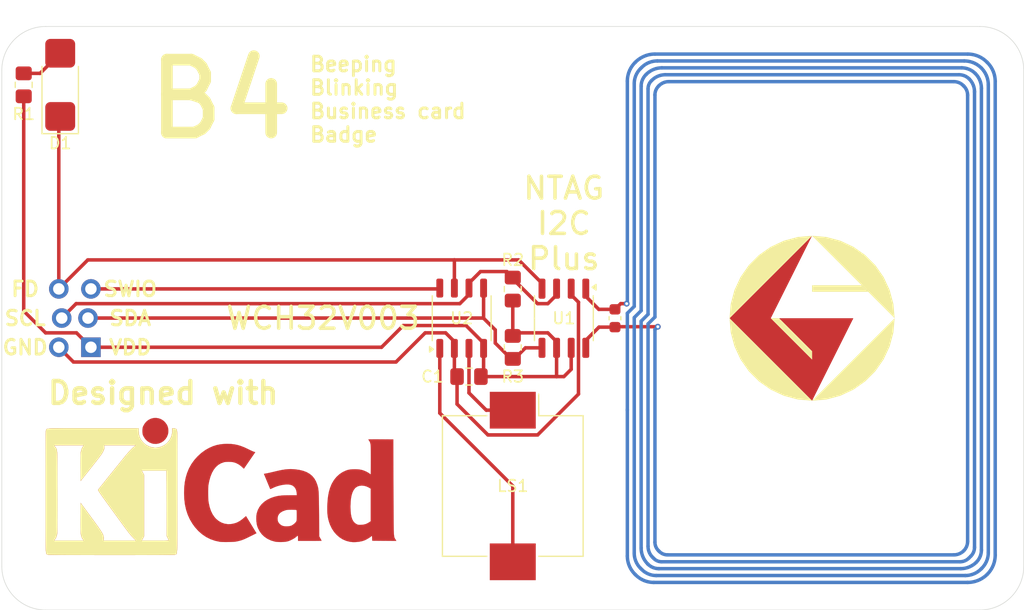
<source format=kicad_pcb>
(kicad_pcb (version 20221018) (generator pcbnew)
  (layers (0 "F.Cu" signal) (31 "B.Cu" signal) (34 "B.Paste" user) (35 "F.Paste" user) (36 "B.SilkS" user "B.Silkscreen") (37 "F.SilkS" user "F.Silkscreen") (38 "B.Mask" user) (39 "F.Mask" user) (44 "Edge.Cuts" user))
  (net 0 "")
  (net 1 "GND")
  (net 2 "/SCL")
  (net 3 "/SDA")
  (net 4 "/ANT")
  (net 5 "VDD")
  (net 6 "Net-(D1-A)")
  (net 7 "/SWIO")
  (net 8 "/PZ+")
  (net 9 "/PZ-")
  (net 10 "/FD")
  (footprint "Capacitor_SMD:C_0805_2012Metric_Pad1.18x1.45mm_HandSolder" (layer "F.Cu") (at 129.54 106.68 180)
    (fp_text reference "C1" (at 3.175 0) (layer "F.SilkS"))
    (fp_text value "1uF")
    (pad "1" smd roundrect (at -1.0375 0 180) (size 1.175 1.45) (layers "F.Cu" "F.Paste" "F.Mask") (roundrect_rratio 0.2127659574) (net 5 "VDD"))
    (pad "2" smd roundrect (at 1.0375 0 180) (size 1.175 1.45) (layers "F.Cu" "F.Paste" "F.Mask") (roundrect_rratio 0.2127659574) (net 1 "GND"))
  )
  (footprint "Capacitor_SMD:C_0603_1608Metric" (layer "F.Cu") (at 142.24 101.6 -90)
    (fp_text reference "C2" hide)
    (fp_text value "DNP")
    (pad "1" smd roundrect (at -0.775 0 270) (size 0.9 0.95) (layers "F.Cu" "F.Paste" "F.Mask") (net 4 "/ANT"))
    (pad "2" smd roundrect (at 0.775 0 270) (size 0.9 0.95) (layers "F.Cu" "F.Paste" "F.Mask") (net 4 "/ANT"))
  )
  (footprint "Resistor_SMD:R_0805_2012Metric_Pad1.20x1.40mm_HandSolder" (layer "F.Cu") (at 90.805 81.28 90)
    (fp_text reference "R1" (at -2.54 0 180) (layer "F.SilkS"))
    (fp_text value "3.3k")
    (pad "1" smd roundrect (at -1 0 90) (size 1.2 1.4) (layers "F.Cu" "F.Paste" "F.Mask") (roundrect_rratio 0.2083333333) (net 5 "VDD"))
    (pad "2" smd roundrect (at 1 0 90) (size 1.2 1.4) (layers "F.Cu" "F.Paste" "F.Mask") (roundrect_rratio 0.2083333333) (net 6 "Net-(D1-A)"))
  )
  (footprint "custom:Buzzer_Murata_PKLCS1212E_handy" (layer "F.Cu") (at 133.35 116.205 -90)
    (fp_text reference "LS1" (at 0 0 -180) (layer "F.SilkS"))
    (fp_text value "Speaker_Crystal")
    (pad "1" smd rect (at -6.6 0 270) (size 3.2 4) (layers "F.Cu" "F.Paste" "F.Mask") (net 9 "/PZ-"))
    (pad "2" smd rect (at 6.6 0 270) (size 3.2 4) (layers "F.Cu" "F.Paste" "F.Mask") (net 8 "/PZ+"))
  )
  (footprint "Package_SO:SOP-8_3.9x4.9mm_P1.27mm" (layer "F.Cu") (at 128.905 101.6 90)
    (fp_text reference "U2" (at 0 0 180) (layer "F.SilkS"))
    (fp_text value "CH32V003F4P6")
    (pad "1" smd roundrect (at -2.625 -1.905 90) (size 1.65 0.6) (layers "F.Cu" "F.Paste" "F.Mask") (net 8 "/PZ+"))
    (pad "2" smd roundrect (at -2.625 -0.635 90) (size 1.65 0.6) (layers "F.Cu" "F.Paste" "F.Mask") (net 1 "GND"))
    (pad "3" smd roundrect (at -2.625 0.635 90) (size 1.65 0.6) (layers "F.Cu" "F.Paste" "F.Mask") (net 9 "/PZ-"))
    (pad "4" smd roundrect (at -2.625 1.905 90) (size 1.65 0.6) (layers "F.Cu" "F.Paste" "F.Mask") (net 5 "VDD"))
    (pad "5" smd roundrect (at 2.625 1.905 90) (size 1.65 0.6) (layers "F.Cu" "F.Paste" "F.Mask") (net 3 "/SDA"))
    (pad "6" smd roundrect (at 2.625 0.635 90) (size 1.65 0.6) (layers "F.Cu" "F.Paste" "F.Mask") (net 2 "/SCL"))
    (pad "7" smd roundrect (at 2.625 -0.635 90) (size 1.65 0.6) (layers "F.Cu" "F.Paste" "F.Mask") (net 10 "/FD"))
    (pad "8" smd roundrect (at 2.625 -1.905 90) (size 1.65 0.6) (layers "F.Cu" "F.Paste" "F.Mask") (net 7 "/SWIO"))
  )
  (footprint "custom:PinHeader_2x03_P2.54mm_Staggered" (layer "F.Cu") (at 96.525 104.125 180)
    (fp_text reference "J1" hide)
    (fp_text value "DNP")
    (pad "1" thru_hole rect (at -0.127 0 180) (size 1.7 1.7) (drill 1) (layers "*.Cu" "*.Mask") (net 5 "VDD"))
    (pad "2" thru_hole oval (at 2.667 0 180) (size 1.7 1.7) (drill 1) (layers "*.Cu" "*.Mask") (net 1 "GND"))
    (pad "3" thru_hole oval (at 0.127 2.54 180) (size 1.7 1.7) (drill 1) (layers "*.Cu" "*.Mask") (net 3 "/SDA"))
    (pad "4" thru_hole oval (at 2.413 2.54 180) (size 1.7 1.7) (drill 1) (layers "*.Cu" "*.Mask") (net 2 "/SCL"))
    (pad "5" thru_hole oval (at -0.127 5.08 180) (size 1.7 1.7) (drill 1) (layers "*.Cu" "*.Mask") (net 7 "/SWIO"))
    (pad "6" thru_hole oval (at 2.667 5.08 180) (size 1.7 1.7) (drill 1) (layers "*.Cu" "*.Mask") (net 10 "/FD"))
  )
  (footprint "Symbol:KiCad-Logo_12mm_Copper" (layer "F.Cu") (at 107.95 116.205)
    (fp_text reference "REF**" hide)
    (fp_text value "KiCad-Logo_12mm_Copper" hide)
    (fp_poly (pts (xy -5.422844 -5.895156) (xy -5.217742 -5.824043) (xy -5.026785 -5.712111) (xy -4.856243 -5.559375) (xy -4.712387 -5.365849) (xy -4.647768 -5.243871) (xy -4.591842 -5.073257) (xy -4.564735 -4.876289) (xy -4.567738 -4.673795) (xy -4.601067 -4.490301) (xy -4.692162 -4.266076) (xy -4.824258 -4.071578) (xy -4.990642 -3.910633) (xy -5.184598 -3.787067) (xy -5.399414 -3.704708) (xy -5.628375 -3.667383) (xy -5.864767 -3.678918) (xy -5.981291 -3.70357) (xy -6.208385 -3.791909) (xy -6.410081 -3.92671) (xy -6.581515 -4.103817) (xy -6.71782 -4.319073) (xy -6.729352 -4.342581) (xy -6.769217 -4.430795) (xy -6.794249 -4.50509) (xy -6.807839 -4.583465) (xy -6.813382 -4.68392) (xy -6.814302 -4.793226) (xy -6.81278 -4.924552) (xy -6.805914 -5.019491) (xy -6.79025 -5.096247) (xy -6.762333 -5.173026) (xy -6.727873 -5.248777) (xy -6.599338 -5.46381) (xy -6.441052 -5.63792) (xy -6.259287 -5.771124) (xy -6.060313 -5.863434) (xy -5.8504 -5.914866) (xy -5.635821 -5.925435) (xy -5.422844 -5.895156)) (stroke (width 0.01)) (fill solid) (layer "F.Cu"))
    (fp_poly (pts (xy 0.875193 -3.659223) (xy 1.169706 -3.626981) (xy 1.455039 -3.569271) (xy 1.7428 -3.483083) (xy 2.044596 -3.365407) (xy 2.372034 -3.213233) (xy 2.431001 -3.183757) (xy 2.566324 -3.11709) (xy 2.693951 -3.057061) (xy 2.801287 -3.009401) (xy 2.875736 -2.979845) (xy 2.887173 -2.976124) (xy 2.996774 -2.943286) (xy 2.506155 -2.229547) (xy 2.386206 -2.055105) (xy 2.276539 -1.89573) (xy 2.180883 -1.756832) (xy 2.102969 -1.643822) (xy 2.046525 -1.56211) (xy 2.015281 -1.517109) (xy 2.010205 -1.509982) (xy 1.989588 -1.524883) (xy 1.938839 -1.56968) (xy 1.867034 -1.636235) (xy 1.827406 -1.673853) (xy 1.602882 -1.852432) (xy 1.350726 -1.988132) (xy 1.13344 -2.062463) (xy 1.003007 -2.085807) (xy 0.839693 -2.100033) (xy 0.662707 -2.104876) (xy 0.491256 -2.100074) (xy 0.344548 -2.085362) (xy 0.286007 -2.074095) (xy 0.022147 -1.983315) (xy -0.215622 -1.844704) (xy -0.427124 -1.658515) (xy -0.612184 -1.425001) (xy -0.770625 -1.144416) (xy -0.902271 -0.817013) (xy -1.006946 -0.443045) (xy -1.069155 -0.122903) (xy -1.085386 0.018426) (xy -1.096444 0.201004) (xy -1.102437 0.411709) (xy -1.103473 0.637422) (xy -1.099657 0.865022) (xy -1.091097 1.081389) (xy -1.077899 1.273402) (xy -1.06017 1.427943) (xy -1.056333 1.451786) (xy -0.971749 1.83586) (xy -0.856505 2.175783) (xy -0.709897 2.473078) (xy -0.531226 2.729268) (xy -0.4044 2.867775) (xy -0.176475 3.055828) (xy 0.073488 3.19522) (xy 0.34127 3.285195) (xy 0.622656 3.324994) (xy 0.913429 3.313857) (xy 1.209373 3.251026) (xy 1.38434 3.189547) (xy 1.626466 3.066436) (xy 1.87602 2.889837) (xy 2.015809 2.770412) (xy 2.094301 2.701291) (xy 2.15597 2.650579) (xy 2.191072 2.626144) (xy 2.19543 2.625398) (xy 2.211097 2.650367) (xy 2.251692 2.716348) (xy 2.313757 2.817685) (xy 2.393833 2.948721) (xy 2.488462 3.1038) (xy 2.594186 3.277265) (xy 2.653033 3.373896) (xy 3.102526 4.112201) (xy 2.541317 4.389549) (xy 2.338404 4.489172) (xy 2.174027 4.567729) (xy 2.038139 4.629122) (xy 1.920691 4.677253) (xy 1.811636 4.716023) (xy 1.700926 4.749333) (xy 1.578513 4.781086) (xy 1.461182 4.808969) (xy 1.356895 4.830546) (xy 1.247832 4.846851) (xy 1.123073 4.858791) (xy 0.971703 4.86727) (xy 0.782801 4.873192) (xy 0.655483 4.875749) (xy 0.473823 4.877494) (xy 0.299633 4.876614) (xy 0.144443 4.87336) (xy 0.019777 4.867984) (xy -0.062834 4.860735) (xy -0.06773 4.860012) (xy -0.496709 4.767205) (xy -0.899551 4.626449) (xy -1.276112 4.437839) (xy -1.626252 4.201466) (xy -1.949828 3.917424) (xy -2.2467 3.585805) (xy -2.461701 3.291075) (xy -2.690589 2.905298) (xy -2.875611 2.497895) (xy -3.017662 2.0656) (xy -3.117636 1.605146) (xy -3.176428 1.113267) (xy -3.194951 0.613799) (xy -3.179717 0.130634) (xy -3.131844 -0.315158) (xy -3.049811 -0.731095) (xy -2.932097 -1.124696) (xy -2.777181 -1.503482) (xy -2.758683 -1.542725) (xy -2.554894 -1.90956) (xy -2.304598 -2.25864) (xy -2.014885 -2.58274) (xy -1.692846 -2.874634) (xy -1.345574 -3.127096) (xy -1.021987 -3.312286) (xy -0.695096 -3.45733) (xy -0.367511 -3.562397) (xy -0.026552 -3.630347) (xy 0.340465 -3.66404) (xy 0.559892 -3.669008) (xy 0.875193 -3.659223)) (stroke (width 0.01)) (fill solid) (layer "F.Cu"))
    (fp_poly (pts (xy 13.610967 -4.064382) (xy 13.843254 -4.063429) (xy 13.922204 -4.062948) (xy 15.007849 -4.055807) (xy 15.021505 0.109247) (xy 15.023308 0.674041) (xy 15.024908 1.186864) (xy 15.026406 1.650371) (xy 15.027906 2.067214) (xy 15.029509 2.440045) (xy 15.03132 2.771519) (xy 15.03344 3.064286) (xy 15.035972 3.321002) (xy 15.03902 3.544318) (xy 15.042685 3.736887) (xy 15.047071 3.901363) (xy 15.05228 4.040398) (xy 15.058416 4.156644) (xy 15.06558 4.252756) (xy 15.073875 4.331386) (xy 15.083405 4.395187) (xy 15.094272 4.446811) (xy 15.106579 4.488912) (xy 15.120428 4.524143) (xy 15.135923 4.555156) (xy 15.153165 4.584604) (xy 15.172258 4.615141) (xy 15.193305 4.649418) (xy 15.197619 4.65672) (xy 15.269996 4.780221) (xy 14.223976 4.773068) (xy 13.177956 4.765914) (xy 13.164301 4.536142) (xy 13.156865 4.425873) (xy 13.149117 4.362122) (xy 13.138603 4.336827) (xy 13.122872 4.341922) (xy 13.109677 4.356498) (xy 13.052197 4.409591) (xy 12.958513 4.477837) (xy 12.841825 4.55308) (xy 12.715331 4.627167) (xy 12.592231 4.691943) (xy 12.497713 4.734561) (xy 12.276274 4.804595) (xy 12.022207 4.854204) (xy 11.754266 4.881494) (xy 11.491211 4.884569) (xy 11.251795 4.861532) (xy 11.247853 4.860873) (xy 10.920253 4.778669) (xy 10.613587 4.6477) (xy 10.330814 4.47078) (xy 10.074892 4.250726) (xy 9.848778 3.990351) (xy 9.65543 3.692472) (xy 9.497806 3.359904) (xy 9.411984 3.113548) (xy 9.355389 2.907445) (xy 9.313418 2.707867) (xy 9.284789 2.50269) (xy 9.268218 2.279791) (xy 9.262423 2.027045) (xy 9.264989 1.820662) (xy 11.280325 1.820662) (xy 11.289862 2.166732) (xy 11.319946 2.464467) (xy 11.371503 2.71651) (xy 11.445458 2.925502) (xy 11.542738 3.094086) (xy 11.664266 3.224906) (xy 11.804546 3.317385) (xy 11.87754 3.351909) (xy 11.940847 3.372607) (xy 12.011427 3.382077) (xy 12.106242 3.382915) (xy 12.208387 3.379228) (xy 12.409261 3.36151) (xy 12.568134 3.326813) (xy 12.618064 3.309433) (xy 12.732075 3.258102) (xy 12.852323 3.193643) (xy 12.904838 3.161376) (xy 13.041397 3.071805) (xy 13.041397 0.232706) (xy 12.891182 0.142665) (xy 12.681692 0.040923) (xy 12.467658 -0.019249) (xy 12.256909 -0.038204) (xy 12.057273 -0.016299) (xy 11.876577 0.046113) (xy 11.722649 0.148676) (xy 11.672981 0.197906) (xy 11.553262 0.359211) (xy 11.456364 0.554471) (xy 11.381477 0.787031) (xy 11.327793 1.060239) (xy 11.2945 1.377441) (xy 11.280789 1.741984) (xy 11.280325 1.820662) (xy 9.264989 1.820662) (xy 9.266058 1.734756) (xy 9.289082 1.285158) (xy 9.335378 0.879628) (xy 9.406164 0.512257) (xy 9.502661 0.177137) (xy 9.626087 -0.131637) (xy 9.670131 -0.223178) (xy 9.84754 -0.521704) (xy 10.06193 -0.786993) (xy 10.308259 -1.014763) (xy 10.581487 -1.200732) (xy 10.876574 -1.340618) (xy 11.053459 -1.398322) (xy 11.227178 -1.432578) (xy 11.436205 -1.452959) (xy 11.663014 -1.459475) (xy 11.890084 -1.452134) (xy 12.099892 -1.430945) (xy 12.268352 -1.397705) (xy 12.468857 -1.332518) (xy 12.663195 -1.248693) (xy 12.833224 -1.15472) (xy 12.923721 -1.090942) (xy 12.986144 -1.043516) (xy 13.029853 -1.014639) (xy 13.039796 -1.010538) (xy 13.042879 -1.036959) (xy 13.045753 -1.112661) (xy 13.048355 -1.232302) (xy 13.050621 -1.390538) (xy 13.052488 -1.582027) (xy 13.053891 -1.801426) (xy 13.054767 -2.043393) (xy 13.055053 -2.289853) (xy 13.054894 -2.605524) (xy 13.054108 -2.871663) (xy 13.052238 -3.093359) (xy 13.048825 -3.275704) (xy 13.043409 -3.423788) (xy 13.035531 -3.542701) (xy 13.024733 -3.637535) (xy 13.010555 -3.71338) (xy 12.992539 -3.775326) (xy 12.970225 -3.828464) (xy 12.943154 -3.877885) (xy 12.910867 -3.928679) (xy 12.906713 -3.934969) (xy 12.865071 -4.000755) (xy 12.839929 -4.045992) (xy 12.836559 -4.055534) (xy 12.862903 -4.058545) (xy 12.938069 -4.060994) (xy 13.056257 -4.062842) (xy 13.211669 -4.064049) (xy 13.398506 -4.064576) (xy 13.610967 -4.064382)) (stroke (width 0.01)) (fill solid) (layer "F.Cu"))
    (fp_poly (pts (xy 6.300951 -1.463632) (xy 6.436272 -1.453389) (xy 6.823442 -1.401878) (xy 7.166321 -1.319717) (xy 7.46658 -1.205778) (xy 7.725888 -1.058928) (xy 7.945916 -0.878038) (xy 8.128334 -0.661978) (xy 8.274811 -0.409616) (xy 8.381771 -0.136559) (xy 8.408921 -0.049459) (xy 8.432564 0.032107) (xy 8.452977 0.112529) (xy 8.470439 0.196199) (xy 8.48523 0.287508) (xy 8.497627 0.390847) (xy 8.507911 0.510609) (xy 8.516358 0.651183) (xy 8.523248 0.816962) (xy 8.528861 1.012336) (xy 8.533473 1.241698) (xy 8.537365 1.509437) (xy 8.540815 1.819947) (xy 8.544102 2.177618) (xy 8.546451 2.458064) (xy 8.562258 4.383548) (xy 8.664677 4.568843) (xy 8.713175 4.658111) (xy 8.749266 4.727448) (xy 8.766483 4.764354) (xy 8.767096 4.766854) (xy 8.74078 4.769715) (xy 8.665811 4.772351) (xy 8.548161 4.774689) (xy 8.3938 4.776653) (xy 8.2087 4.77817) (xy 7.998832 4.779165) (xy 7.770167 4.779565) (xy 7.742903 4.77957) (xy 6.718709 4.77957) (xy 6.718709 4.547419) (xy 6.716963 4.442507) (xy 6.712302 4.362271) (xy 6.705596 4.319251) (xy 6.702632 4.315269) (xy 6.675523 4.33195) (xy 6.619731 4.375731) (xy 6.547215 4.437216) (xy 6.545589 4.438638) (xy 6.413257 4.53716) (xy 6.246133 4.636089) (xy 6.0631 4.725706) (xy 5.883043 4.796293) (xy 5.803763 4.820414) (xy 5.645991 4.851051) (xy 5.452397 4.870602) (xy 5.240704 4.878787) (xy 5.028632 4.875327) (xy 4.833904 4.859945) (xy 4.697634 4.837811) (xy 4.363454 4.739676) (xy 4.062603 4.599819) (xy 3.797039 4.419974) (xy 3.568721 4.201876) (xy 3.379606 3.947261) (xy 3.231653 3.657864) (xy 3.167825 3.482258) (xy 3.127823 3.311576) (xy 3.101313 3.106678) (xy 3.089047 2.886464) (xy 3.08945 2.85442) (xy 4.936612 2.85442) (xy 4.95193 3.018053) (xy 5.002935 3.154042) (xy 5.097204 3.280208) (xy 5.133411 3.317203) (xy 5.26212 3.417221) (xy 5.410885 3.481294) (xy 5.589113 3.512309) (xy 5.776798 3.514593) (xy 5.954814 3.499514) (xy 6.091112 3.470021) (xy 6.150306 3.447869) (xy 6.256995 3.387496) (xy 6.370037 3.302589) (xy 6.473175 3.207295) (xy 6.550151 3.11576) (xy 6.570591 3.082181) (xy 6.586481 3.035157) (xy 6.597778 2.960333) (xy 6.605009 2.85056) (xy 6.6087 2.698692) (xy 6.609462 2.554155) (xy 6.608946 2.385644) (xy 6.60686 2.263799) (xy 6.602402 2.180666) (xy 6.594765 2.128292) (xy 6.583146 2.098726) (xy 6.56674 2.084013) (xy 6.561666 2.08167) (xy 6.51757 2.074453) (xy 6.4306 2.06855) (xy 6.3125 2.064493) (xy 6.175014 2.062815) (xy 6.145161 2.062813) (xy 5.961386 2.065746) (xy 5.819407 2.074469) (xy 5.706591 2.090177) (xy 5.613402 2.113118) (xy 5.382246 2.200535) (xy 5.200973 2.30801) (xy 5.068014 2.437262) (xy 4.981801 2.59001) (xy 4.940762 2.767972) (xy 4.936612 2.85442) (xy 3.08945 2.85442) (xy 3.091776 2.669834) (xy 3.110252 2.475689) (xy 3.124664 2.397252) (xy 3.21669 2.106017) (xy 3.356623 1.838054) (xy 3.541823 1.595932) (xy 3.769648 1.382221) (xy 4.037457 1.199492) (xy 4.342607 1.050314) (xy 4.602043 0.959727) (xy 4.775434 0.912136) (xy 4.941282 0.875155) (xy 5.110329 0.847585) (xy 5.293317 0.828224) (xy 5.500989 0.815871) (xy 5.744087 0.809326) (xy 5.963872 0.807483) (xy 6.615594 0.805699) (xy 6.603109 0.609798) (xy 6.567657 0.397243) (xy 6.492241 0.214543) (xy 6.380073 0.066262) (xy 6.234364 -0.04304) (xy 6.106064 -0.096376) (xy 5.922235 -0.12999) (xy 5.703394 -0.134817) (xy 5.4598 -0.112637) (xy 5.20171 -0.065228) (xy 4.939385 0.005629) (xy 4.683082 0.098155) (xy 4.496824 0.182778) (xy 4.407211 0.226231) (xy 4.338858 0.25658) (xy 4.304097 0.268423) (xy 4.302211 0.268043) (xy 4.290215 0.241518) (xy 4.260262 0.17121) (xy 4.21517 0.063855) (xy 4.157757 -0.07381) (xy 4.090842 -0.235051) (xy 4.022824 -0.399605) (xy 3.750897 -1.058672) (xy 3.944319 -1.090441) (xy 4.028154 -1.106381) (xy 4.154183 -1.133153) (xy 4.311608 -1.168327) (xy 4.489633 -1.209472) (xy 4.677463 -1.254158) (xy 4.752258 -1.272317) (xy 5.075838 -1.347369) (xy 5.359132 -1.403638) (xy 5.612715 -1.442262) (xy 5.847162 -1.464377) (xy 6.073049 -1.471122) (xy 6.300951 -1.463632)) (stroke (width 0.01)) (fill solid) (layer "F.Cu"))
    (fp_poly (pts (xy -11.847446 -5.025459) (xy -11.321244 -5.025387) (xy -11.076303 -5.025377) (xy -7.155699 -5.025377) (xy -7.155699 -4.794266) (xy -7.131032 -4.513024) (xy -7.056584 -4.253641) (xy -6.931686 -4.014576) (xy -6.75567 -3.794286) (xy -6.696118 -3.73479) (xy -6.481895 -3.566029) (xy -6.24569 -3.442948) (xy -5.994517 -3.36549) (xy -5.735393 -3.333601) (xy -5.475333 -3.347224) (xy -5.221353 -3.406303) (xy -4.980469 -3.510783) (xy -4.759696 -3.660607) (xy -4.660543 -3.750999) (xy -4.475773 -3.972624) (xy -4.340284 -4.216339) (xy -4.255256 -4.479357) (xy -4.221872 -4.758894) (xy -4.221428 -4.786394) (xy -4.219678 -5.025368) (xy -4.114645 -5.025372) (xy -4.02147 -5.012727) (xy -3.936356 -4.98196) (xy -3.930731 -4.978781) (xy -3.911508 -4.968806) (xy -3.893855 -4.961038) (xy -3.877708 -4.953213) (xy -3.863005 -4.94307) (xy -3.849681 -4.928345) (xy -3.837672 -4.906775) (xy -3.826915 -4.876099) (xy -3.817346 -4.834053) (xy -3.808901 -4.778374) (xy -3.801516 -4.706801) (xy -3.795127 -4.61707) (xy -3.789671 -4.506918) (xy -3.785084 -4.374084) (xy -3.781302 -4.216304) (xy -3.77826 -4.031316) (xy -3.775897 -3.816856) (xy -3.774147 -3.570663) (xy -3.772947 -3.290473) (xy -3.772232 -2.974025) (xy -3.77194 -2.619054) (xy -3.772007 -2.2233) (xy -3.772368 -1.784498) (xy -3.77296 -1.300386) (xy -3.773719 -0.768702) (xy -3.774581 -0.187183) (xy -3.775482 0.446433) (xy -3.775587 0.523629) (xy -3.776395 1.161287) (xy -3.777081 1.746582) (xy -3.777717 2.281778) (xy -3.778376 2.769136) (xy -3.779131 3.210917) (xy -3.780053 3.609382) (xy -3.781216 3.966795) (xy -3.782693 4.285415) (xy -3.784555 4.567506) (xy -3.786876 4.815328) (xy -3.789729 5.031143) (xy -3.793185 5.217213) (xy -3.797318 5.3758) (xy -3.8022 5.509164) (xy -3.807904 5.619569) (xy -3.814502 5.709275) (xy -3.822068 5.780544) (xy -3.830673 5.835638) (xy -3.84039 5.876818) (xy -3.851293 5.906346) (xy -3.863453 5.926484) (xy -3.876943 5.939493) (xy -3.891837 5.947636) (xy -3.908206 5.953173) (xy -3.926123 5.958366) (xy -3.945661 5.965477) (xy -3.950434 5.967642) (xy -3.965434 5.972506) (xy -3.990541 5.976976) (xy -4.027946 5.981066) (xy -4.079842 5.984793) (xy -4.14842 5.988173) (xy -4.235873 5.991221) (xy -4.344394 5.993954) (xy -4.476174 5.996387) (xy -4.633406 5.998537) (xy -4.818281 6.000419) (xy -5.032993 6.002049) (xy -5.279734 6.003443) (xy -5.560694 6.004617) (xy -5.878068 6.005587) (xy -6.234047 6.006369) (xy -6.630822 6.006979) (xy -7.070588 6.007432) (xy -7.555535 6.007745) (xy -8.087856 6.007934) (xy -8.669743 6.008013) (xy -9.303389 6.008) (xy -9.508644 6.00798) (xy -10.156347 6.007876) (xy -10.751644 6.007706) (xy -11.296755 6.007453) (xy -11.793897 6.007098) (xy -12.24529 6.006626) (xy -12.653151 6.006018) (xy -13.0197 6.005258) (xy -13.347154 6.004327) (xy -13.637732 6.003209) (xy -13.893652 6.001886) (xy -14.117133 6.000341) (xy -14.310394 5.998557) (xy -14.475652 5.996516) (xy -14.615127 5.994201) (xy -14.731037 5.991594) (xy -14.8256 5.988678) (xy -14.901034 5.985436) (xy -14.959558 5.981851) (xy -15.003391 5.977905) (xy -15.034752 5.973581) (xy -15.055857 5.968862) (xy -15.067363 5.96454) (xy -15.087812 5.955916) (xy -15.106587 5.949557) (xy -15.12376 5.943203) (xy -15.139402 5.934597) (xy -15.153584 5.92148) (xy -15.166377 5.901594) (xy -15.177852 5.872679) (xy -15.18808 5.832479) (xy -15.197133 5.778733) (xy -15.20508 5.709185) (xy -15.211994 5.621574) (xy -15.217945 5.513644) (xy -15.223005 5.383135) (xy -15.227245 5.227789) (xy -15.230735 5.045348) (xy -15.233547 4.833553) (xy -15.234283 4.752258) (xy -14.505361 4.752258) (xy -11.928987 4.752258) (xy -11.978561 4.67715) (xy -12.027878 4.599968) (xy -12.06964 4.526469) (xy -12.104441 4.451512) (xy -12.132877 4.369953) (xy -12.15554 4.276648) (xy -12.173025 4.166453) (xy -12.185926 4.034225) (xy -12.194837 3.87482) (xy -12.200352 3.683095) (xy -12.203064 3.453907) (xy -12.203569 3.182112) (xy -12.202459 2.862566) (xy -12.20183 2.743932) (xy -12.194732 1.472123) (xy -11.389033 2.56901) (xy -11.160779 2.880183) (xy -10.963025 3.151143) (xy -10.793635 3.385478) (xy -10.650473 3.58678) (xy -10.531405 3.758637) (xy -10.434295 3.90464) (xy -10.357007 4.028378) (xy -10.297407 4.133441) (xy -10.253359 4.22342) (xy -10.222728 4.301903) (xy -10.203378 4.37248) (xy -10.193175 4.438742) (xy -10.189983 4.504277) (xy -10.191667 4.572677) (xy -10.192097 4.581274) (xy -10.200968 4.752372) (xy -8.789236 4.752315) (xy -7.377505 4.752258) (xy -7.587516 4.5405) (xy -7.644504 4.482582) (xy -7.698566 4.426225) (xy -7.752076 4.368322) (xy -7.807404 4.305764) (xy -7.866925 4.235443) (xy -7.933011 4.154251) (xy -8.008034 4.059081) (xy -8.094367 3.946823) (xy -8.194383 3.81437) (xy -8.310454 3.658614) (xy -8.444952 3.476446) (xy -8.600251 3.26476) (xy -8.778722 3.020446) (xy -8.98274 2.740397) (xy -9.214675 2.421504) (xy -9.404782 2.15992) (xy -9.643372 1.831292) (xy -9.851508 1.543957) (xy -10.031075 1.295187) (xy -10.183957 1.082254) (xy -10.312041 0.90243) (xy -10.417212 0.752986) (xy -10.501355 0.631196) (xy -10.566357 0.534331) (xy -10.614103 0.459662) (xy -10.646477 0.404463) (xy -10.665366 0.366004) (xy -10.672655 0.341559) (xy -10.670464 0.328706) (xy -10.643913 0.294504) (xy -10.586508 0.222108) (xy -10.501713 0.11582) (xy -10.392992 -0.020055) (xy -10.263808 -0.181216) (xy -10.117626 -0.363357) (xy -9.957909 -0.562178) (xy -9.788121 -0.773373) (xy -9.611726 -0.992641) (xy -9.432187 -1.215677) (xy -9.333435 -1.33828) (xy -6.881548 -1.33828) (xy -6.677742 -0.96957) (xy -6.677742 4.383548) (xy -6.881548 4.752258) (xy -5.676111 4.752258) (xy -5.388341 4.752174) (xy -5.150647 4.751797) (xy -4.958482 4.750935) (xy -4.807298 4.7494) (xy -4.692548 4.747) (xy -4.609685 4.743546) (xy -4.554162 4.738849) (xy -4.52143 4.732717) (xy -4.506943 4.724961) (xy -4.506153 4.715391) (xy -4.514513 4.703817) (xy -4.514599 4.703721) (xy -4.549036 4.653907) (xy -4.594637 4.57291) (xy -4.634908 4.492055) (xy -4.711291 4.328925) (xy -4.719081 1.495322) (xy -4.726871 -1.33828) (xy -6.881548 -1.33828) (xy -9.333435 -1.33828) (xy -9.252969 -1.438179) (xy -9.077536 -1.655843) (xy -8.90935 -1.864367) (xy -8.751877 -2.059446) (xy -8.608579 -2.236779) (xy -8.482921 -2.392061) (xy -8.378366 -2.52099) (xy -8.298379 -2.619262) (xy -8.251398 -2.676559) (xy -8.068963 -2.89082) (xy -7.893452 -3.08417) (xy -7.731016 -3.25028) (xy -7.587805 -3.38282) (xy -7.486171 -3.464079) (xy -7.365998 -3.550538) (xy -10.12984 -3.550538) (xy -10.129064 -3.388354) (xy -10.136788 -3.269117) (xy -10.165828 -3.158574) (xy -10.210782 -3.053784) (xy -10.240004 -2.994584) (xy -10.271423 -2.935926) (xy -10.307909 -2.873914) (xy -10.352331 -2.804655) (xy -10.407561 -2.724254) (xy -10.476469 -2.628819) (xy -10.561923 -2.514453) (xy -10.666796 -2.377265) (xy -10.793955 -2.213358) (xy -10.946273 -2.01884) (xy -11.126618 -1.789815) (xy -11.337862 -1.522391) (xy -11.361721 -1.492217) (xy -12.194732 -0.438805) (xy -12.202796 -1.605478) (xy -12.20442 -1.954931) (xy -12.204074 -2.25077) (xy -12.201742 -2.49397) (xy -12.197407 -2.685507) (xy -12.191051 -2.826356) (xy -12.182659 -2.917492) (xy -12.179838 -2.93478) (xy -12.135584 -3.116883) (xy -12.077602 -3.28105) (xy -12.011437 -3.413046) (xy -11.971687 -3.469028) (xy -11.903102 -3.550538) (xy -13.204453 -3.550538) (xy -13.514885 -3.550272) (xy -13.774477 -3.549409) (xy -13.987014 -3.547846) (xy -14.156276 -3.545483) (xy -14.286048 -3.54222) (xy -14.380111 -3.537955) (xy -14.442248 -3.532587) (xy -14.476241 -3.526017) (xy -14.485874 -3.518142) (xy -14.485208 -3.516398) (xy -14.45762 -3.474757) (xy -14.411564 -3.408752) (xy -14.387735 -3.375369) (xy -14.363099 -3.342056) (xy -14.340955 -3.312266) (xy -14.321164 -3.283067) (xy -14.303586 -3.251526) (xy -14.288081 -3.214714) (xy -14.274511 -3.169697) (xy -14.262736 -3.113545) (xy -14.252616 -3.043325) (xy -14.244013 -2.956106) (xy -14.236786 -2.848957) (xy -14.230796 -2.718945) (xy -14.225904 -2.563139) (xy -14.221971 -2.378607) (xy -14.218857 -2.162419) (xy -14.216422 -1.911641) (xy -14.214527 -1.623342) (xy -14.213033 -1.294591) (xy -14.211801 -0.922457) (xy -14.21069 -0.504006) (xy -14.209562 -0.036309) (xy -14.208508 0.393354) (xy -14.207512 0.872353) (xy -14.206994 1.329362) (xy -14.206941 1.761464) (xy -14.207338 2.165738) (xy -14.208172 2.539265) (xy -14.209429 2.879127) (xy -14.211094 3.182404) (xy -14.213156 3.446177) (xy -14.215599 3.667527) (xy -14.21841 3.843535) (xy -14.221576 3.971283) (xy -14.225082 4.047849) (xy -14.225745 4.055941) (xy -14.249905 4.241568) (xy -14.287624 4.390647) (xy -14.345064 4.52075) (xy -14.428389 4.649452) (xy -14.438811 4.663494) (xy -14.505361 4.752258) (xy -15.234283 4.752258) (xy -15.235752 4.590145) (xy -15.237421 4.312867) (xy -15.238625 3.999459) (xy -15.239435 3.647664) (xy -15.239922 3.255223) (xy -15.240156 2.819877) (xy -15.240211 2.339368) (xy -15.240156 1.811438) (xy -15.240062 1.233828) (xy -15.240002 0.604279) (xy -15.24 0.479301) (xy -15.239965 -0.156878) (xy -15.239847 -0.740675) (xy -15.239628 -1.274332) (xy -15.239292 -1.760091) (xy -15.238822 -2.200195) (xy -15.238198 -2.596884) (xy -15.237406 -2.952401) (xy -15.236426 -3.268988) (xy -15.235242 -3.548887) (xy -15.233836 -3.794339) (xy -15.23219 -4.007587) (xy -15.230288 -4.190872) (xy -15.228113 -4.346436) (xy -15.225645 -4.476522) (xy -15.222869 -4.583371) (xy -15.219767 -4.669225) (xy -15.216321 -4.736326) (xy -15.212515 -4.786916) (xy -15.20833 -4.823236) (xy -15.203749 -4.84753) (xy -15.198755 -4.862038) (xy -15.19857 -4.8624) (xy -15.188285 -4.884563) (xy -15.179718 -4.904628) (xy -15.170241 -4.922699) (xy -15.157226 -4.938879) (xy -15.138043 -4.953274) (xy -15.110065 -4.965986) (xy -15.070663 -4.97712) (xy -15.017208 -4.986779) (xy -14.947071 -4.995068) (xy -14.857624 -5.00209) (xy -14.746238 -5.00795) (xy -14.610284 -5.01275) (xy -14.447135 -5.016596) (xy -14.254161 -5.019591) (xy -14.028733 -5.021839) (xy -13.768224 -5.023444) (xy -13.470004 -5.024509) (xy -13.131445 -5.02514) (xy -12.749918 -5.025439) (xy -12.322794 -5.02551) (xy -11.847446 -5.025459)) (stroke (width 0.01)) (fill solid) (layer "F.Cu"))
  )
  (footprint "Resistor_SMD:R_0805_2012Metric_Pad1.20x1.40mm_HandSolder" (layer "F.Cu") (at 133.35 99.06 90)
    (fp_text reference "R2" (at 2.54 0 180) (layer "F.SilkS"))
    (fp_text value "3.3k")
    (pad "1" smd roundrect (at -1 0 90) (size 1.2 1.4) (layers "F.Cu" "F.Paste" "F.Mask") (roundrect_rratio 0.2083333333) (net 5 "VDD"))
    (pad "2" smd roundrect (at 1 0 90) (size 1.2 1.4) (layers "F.Cu" "F.Paste" "F.Mask") (roundrect_rratio 0.2083333333) (net 2 "/SCL"))
  )
  (footprint "Symbol:KiCad-Logo_12mm_SilkScreen" (layer "F.Cu") (at 107.95 116.205)
    (fp_text reference "REF**" hide)
    (fp_text value "KiCad-Logo_12mm_SilkScreen" hide)
  )
  (footprint "Package_SO:SO-8_3.9x4.9mm_P1.27mm" (layer "F.Cu") (at 137.795 101.6 -90)
    (fp_text reference "U1" (at 0 0) (layer "F.SilkS"))
    (fp_text value "NT3H2211")
    (pad "1" smd roundrect (at -2.575 -1.905 270) (size 1.75 0.6) (layers "F.Cu" "F.Paste" "F.Mask") (net 4 "/ANT"))
    (pad "2" smd roundrect (at -2.575 -0.635 270) (size 1.75 0.6) (layers "F.Cu" "F.Paste" "F.Mask") (net 1 "GND"))
    (pad "3" smd roundrect (at -2.575 0.635 270) (size 1.75 0.6) (layers "F.Cu" "F.Paste" "F.Mask") (net 2 "/SCL"))
    (pad "4" smd roundrect (at -2.575 1.905 270) (size 1.75 0.6) (layers "F.Cu" "F.Paste" "F.Mask") (net 10 "/FD"))
    (pad "5" smd roundrect (at 2.575 1.905 270) (size 1.75 0.6) (layers "F.Cu" "F.Paste" "F.Mask") (net 3 "/SDA"))
    (pad "6" smd roundrect (at 2.575 0.635 270) (size 1.75 0.6) (layers "F.Cu" "F.Paste" "F.Mask") (net 5 "VDD"))
    (pad "7" smd roundrect (at 2.575 -0.635 270) (size 1.75 0.6) (layers "F.Cu" "F.Paste" "F.Mask") (net 5 "VDD"))
    (pad "8" smd roundrect (at 2.575 -1.905 270) (size 1.75 0.6) (layers "F.Cu" "F.Paste" "F.Mask") (net 4 "/ANT"))
  )
  (footprint "Resistor_SMD:R_0805_2012Metric_Pad1.20x1.40mm_HandSolder" (layer "F.Cu") (at 133.35 104.14 90)
    (fp_text reference "R3" (at -2.54 0 180) (layer "F.SilkS"))
    (fp_text value "3.3k")
    (pad "1" smd roundrect (at -1 0 90) (size 1.2 1.4) (layers "F.Cu" "F.Paste" "F.Mask") (roundrect_rratio 0.2083333333) (net 3 "/SDA"))
    (pad "2" smd roundrect (at 1 0 90) (size 1.2 1.4) (layers "F.Cu" "F.Paste" "F.Mask") (roundrect_rratio 0.2083333333) (net 5 "VDD"))
  )
  (footprint "custom:LED_3228_Reverse_HandSolder" (layer "F.Cu") (at 93.98 81.28 90)
    (fp_text reference "D1" (at -5.08 0 180) (layer "F.SilkS"))
    (fp_text value "VLRK31R1S2-GS08")
    (pad "" np_thru_hole circle (at 0 0 90) (size 2 2) (drill 2.5) (layers "F&B.Cu" "*.Mask"))
    (pad "1" smd roundrect (at -2.75 0 90) (size 2.5 2.6) (layers "F.Cu" "F.Paste" "F.Mask") (roundrect_rratio 0.1754392) (net 10 "/FD"))
    (pad "2" smd roundrect (at 2.75 0 90) (size 2.5 2.6) (layers "F.Cu" "F.Paste" "F.Mask") (roundrect_rratio 0.1754392) (net 6 "Net-(D1-A)"))
  )
  (gr_poly (pts (xy 162.977 101.6) (xy 156.511 101.6) (xy 159.385 104.474) (xy 159.385 105.192) (xy 155.793 101.6) (xy 159.385 94.416) (xy 152.201 101.6) (xy 159.385 108.784)) (fill solid) (layer "F.Cu"))
  (gr_poly (pts (xy 166.45986 100.35251) (xy 166.13575 99.14293) (xy 165.60653 98.008) (xy 164.88826 96.98221) (xy 164.00279 96.09674) (xy 162.977 95.37847) (xy 161.84207 94.84925) (xy 160.63249 94.52514) (xy 159.385 94.416) (xy 166.569 101.6)) (fill solid) (layer "F.SilkS"))
  (gr_poly (pts (xy 160.63249 108.67486) (xy 161.84207 108.35075) (xy 162.977 107.82153) (xy 164.00279 107.10326) (xy 164.88826 106.21779) (xy 165.60653 105.192) (xy 166.13575 104.05707) (xy 166.45986 102.84749) (xy 166.569 101.6) (xy 159.385 108.784)) (fill solid) (layer "F.SilkS"))
  (gr_poly (pts (xy 152.201 101.6) (xy 152.31014 102.84749) (xy 152.63425 104.05707) (xy 153.16347 105.192) (xy 153.88174 106.21779) (xy 154.76721 107.10326) (xy 155.793 107.82153) (xy 156.92793 108.35075) (xy 158.13751 108.67486) (xy 159.385 108.784)) (fill solid) (layer "F.SilkS"))
  (gr_poly (pts (xy 159.385 94.416) (xy 158.13751 94.52514) (xy 156.92793 94.84925) (xy 155.793 95.37847) (xy 154.76721 96.09674) (xy 153.88174 96.98221) (xy 153.16347 98.008) (xy 152.63425 99.14293) (xy 152.31014 100.35251) (xy 152.201 101.6)) (fill solid) (layer "F.SilkS"))
  (gr_poly (pts (xy 163.696 98.726) (xy 159.385 98.726) (xy 159.385 99.301) (xy 164.27 99.301)) (fill solid) (layer "F.SilkS"))
  (gr_poly (pts (xy 159.385 104.474) (xy 156.511 101.6) (xy 155.793 101.6) (xy 159.385 105.192)) (fill solid) (layer "F.SilkS"))
  (gr_arc (start 88.9 80.01) (mid 90.015923 77.315923) (end 92.71 76.2) (stroke (width 0.05)) (layer "Edge.Cuts"))
  (gr_line (start 177.8 80.01) (end 177.8 123.19) (stroke (width 0.05)) (layer "Edge.Cuts"))
  (gr_arc (start 92.71 127) (mid 90.015923 125.884077) (end 88.9 123.19) (stroke (width 0.05)) (layer "Edge.Cuts"))
  (gr_line (start 88.9 123.19) (end 88.9 80.01) (stroke (width 0.05)) (layer "Edge.Cuts"))
  (gr_line (start 92.71 76.2) (end 173.99 76.2) (stroke (width 0.05)) (layer "Edge.Cuts"))
  (gr_arc (start 177.8 123.19) (mid 176.684077 125.884077) (end 173.99 127) (stroke (width 0.05)) (layer "Edge.Cuts"))
  (gr_arc (start 173.99 76.2) (mid 176.684077 77.315923) (end 177.8 80.01) (stroke (width 0.05)) (layer "Edge.Cuts"))
  (gr_line (start 173.99 127) (end 92.71 127) (stroke (width 0.05)) (layer "Edge.Cuts"))
  (gr_text "Beeping\nBlinking\nBusiness card\nBadge\n" (at 115.57 82.55) (layer "F.SilkS") (effects (font (size 1.27 1.27) (thickness 0.254) bold) (justify left)))
  (gr_text "B4" (at 107.95 82.55) (layer "F.SilkS") (effects (font (size 6.35 6.35) (thickness 1.016))))
  (gr_text "SDA" (at 100.076 101.6) (layer "F.SilkS") (effects (font (size 1.27 1.27) (thickness 0.254) bold)))
  (gr_text "NTAG\nI2C\nPlus" (at 137.795 93.345) (layer "F.SilkS") (effects (font (size 1.905 1.905) (thickness 0.3048))))
  (gr_text "VDD" (at 100.076 104.14) (layer "F.SilkS") (effects (font (size 1.27 1.27) (thickness 0.254) bold)))
  (gr_text "Designed with" (at 92.71 109.22) (layer "F.SilkS") (effects (font (size 1.905 1.905) (thickness 0.381) bold) (justify left bottom)))
  (gr_text "SCL" (at 90.932 101.6) (layer "F.SilkS") (effects (font (size 1.27 1.27) (thickness 0.254) bold)))
  (gr_text "SWIO" (at 100.076 99.06) (layer "F.SilkS") (effects (font (size 1.27 1.27) (thickness 0.254) bold)))
  (gr_text "GND" (at 90.932 104.14) (layer "F.SilkS") (effects (font (size 1.27 1.27) (thickness 0.254) bold)))
  (gr_text "FD" (at 90.932 99.06) (layer "F.SilkS") (effects (font (size 1.27 1.27) (thickness 0.254) bold)))
  (gr_text "WCH32V003" (at 116.84 101.6) (layer "F.SilkS") (effects (font (size 1.905 1.905) (thickness 0.3048))))
  (segment (start 131.191 111.76) (end 128.5025 109.0715) (width 0.3048) (layer "F.Cu") (net 1))
  (segment (start 139.065 108.204) (end 135.509 111.76) (width 0.3048) (layer "F.Cu") (net 1))
  (segment (start 128.27 104.225) (end 128.27 106.4475) (width 0.3048) (layer "F.Cu") (net 1))
  (segment (start 138.43 99.025) (end 138.43 99.568) (width 0.3048) (layer "F.Cu") (net 1))
  (segment (start 128.27 103.632) (end 128.27 104.225) (width 0.3048) (layer "F.Cu") (net 1))
  (segment (start 139.065 100.203) (end 139.065 108.204) (width 0.3048) (layer "F.Cu") (net 1))
  (segment (start 95.133 105.41) (end 123.19 105.41) (width 0.3048) (layer "F.Cu") (net 1))
  (segment (start 123.19 105.41) (end 125.73 102.87) (width 0.3048) (layer "F.Cu") (net 1))
  (segment (start 128.5025 109.0715) (end 128.5025 106.68) (width 0.3048) (layer "F.Cu") (net 1))
  (segment (start 125.73 102.87) (end 127.508 102.87) (width 0.3048) (layer "F.Cu") (net 1))
  (segment (start 93.858 104.135) (end 95.133 105.41) (width 0.3048) (layer "F.Cu") (net 1))
  (segment (start 138.43 99.568) (end 139.065 100.203) (width 0.3048) (layer "F.Cu") (net 1))
  (segment (start 128.27 106.4475) (end 128.5025 106.68) (width 0.3048) (layer "F.Cu") (net 1))
  (segment (start 135.509 111.76) (end 131.191 111.76) (width 0.3048) (layer "F.Cu") (net 1))
  (segment (start 93.858 104.125) (end 93.858 104.135) (width 0.3048) (layer "F.Cu") (net 1))
  (segment (start 127.508 102.87) (end 128.27 103.632) (width 0.3048) (layer "F.Cu") (net 1))
  (segment (start 95.367 100.33) (end 128.742796 100.33) (width 0.3048) (layer "F.Cu") (net 2))
  (segment (start 94.112 101.585) (end 95.367 100.33) (width 0.3048) (layer "F.Cu") (net 2))
  (segment (start 132.826 97.536) (end 133.35 98.06) (width 0.3048) (layer "F.Cu") (net 2))
  (segment (start 137.16 99.568) (end 136.398 100.33) (width 0.3048) (layer "F.Cu") (net 2))
  (segment (start 135.509 100.33) (end 133.35 98.171) (width 0.3048) (layer "F.Cu") (net 2))
  (segment (start 137.16 99.025) (end 137.16 99.568) (width 0.3048) (layer "F.Cu") (net 2))
  (segment (start 133.35 98.171) (end 133.35 98.06) (width 0.3048) (layer "F.Cu") (net 2))
  (segment (start 129.54 98.975) (end 129.54 98.537408) (width 0.3048) (layer "F.Cu") (net 2))
  (segment (start 129.54 99.532796) (end 129.54 98.975) (width 0.3048) (layer "F.Cu") (net 2))
  (segment (start 128.742796 100.33) (end 129.54 99.532796) (width 0.3048) (layer "F.Cu") (net 2))
  (segment (start 136.398 100.33) (end 135.509 100.33) (width 0.3048) (layer "F.Cu") (net 2))
  (segment (start 130.541408 97.536) (end 132.826 97.536) (width 0.3048) (layer "F.Cu") (net 2))
  (segment (start 129.54 98.537408) (end 130.541408 97.536) (width 0.3048) (layer "F.Cu") (net 2))
  (segment (start 133.207 105.14) (end 131.826 103.759) (width 0.3048) (layer "F.Cu") (net 3))
  (segment (start 134.45 104.175) (end 133.485 105.14) (width 0.3048) (layer "F.Cu") (net 3))
  (segment (start 130.81 98.975) (end 130.81 101.57) (width 0.3048) (layer "F.Cu") (net 3))
  (segment (start 130.81 101.57) (end 130.795 101.585) (width 0.3048) (layer "F.Cu") (net 3))
  (segment (start 131.826 103.759) (end 131.826 102.616) (width 0.3048) (layer "F.Cu") (net 3))
  (segment (start 133.35 105.14) (end 133.207 105.14) (width 0.3048) (layer "F.Cu") (net 3))
  (segment (start 128.793 101.585) (end 130.795 101.585) (width 0.3048) (layer "F.Cu") (net 3))
  (segment (start 96.398 101.585) (end 128.793 101.585) (width 0.3048) (layer "F.Cu") (net 3))
  (segment (start 135.89 104.175) (end 134.45 104.175) (width 0.3048) (layer "F.Cu") (net 3))
  (segment (start 130.795 101.585) (end 131.826 102.616) (width 0.3048) (layer "F.Cu") (net 3))
  (segment (start 133.485 105.14) (end 133.35 105.14) (width 0.3048) (layer "F.Cu") (net 3))
  (segment (start 143.256 100.33) (end 142.735 100.33) (width 0.3048) (layer "F.Cu") (net 4))
  (segment (start 142.2784 102.3366) (end 142.24 102.375) (width 0.3) (layer "F.Cu") (net 4))
  (segment (start 145.9655 102.3366) (end 142.2784 102.3366) (width 0.3) (layer "F.Cu") (net 4))
  (segment (start 142.24 100.825) (end 140.83 100.825) (width 0.3048) (layer "F.Cu") (net 4))
  (segment (start 140.83 100.825) (end 139.7 99.695) (width 0.3048) (layer "F.Cu") (net 4))
  (segment (start 139.7 104.175) (end 139.7 103.5225) (width 0.3048) (layer "F.Cu") (net 4))
  (segment (start 139.7 103.5225) (end 140.8475 102.375) (width 0.3048) (layer "F.Cu") (net 4))
  (segment (start 139.7 99.695) (end 139.7 99.025) (width 0.3048) (layer "F.Cu") (net 4))
  (segment (start 142.735 100.33) (end 142.24 100.825) (width 0.3048) (layer "F.Cu") (net 4))
  (segment (start 140.8475 102.375) (end 142.24 102.375) (width 0.3048) (layer "F.Cu") (net 4))
  (via (at 145.9655 102.3366) (size 0.508) (drill 0.254) (layers "F.Cu" "B.Cu") (net 4))
  (via (at 143.256 100.33) (size 0.508) (drill 0.254) (layers "F.Cu" "B.Cu") (net 4))
  (segment (start 145.7163 101.4936) (end 145.7163 82.15505) (width 0.3) (layer "B.Cu") (net 4))
  (segment (start 143.3163 109.6) (end 143.3163 101.1668) (width 0.3) (layer "B.Cu") (net 4))
  (segment (start 145.9655 102.3366) (end 145.7163 102.5858) (width 0.3) (layer "B.Cu") (net 4))
  (segment (start 143.9163 122.052) (end 143.9163 101.6) (width 0.3) (layer "B.Cu") (net 4))
  (segment (start 172.2583 122.8) (end 146.289661 122.8) (width 0.3) (layer "B.Cu") (net 4))
  (segment (start 145.095102 122.997352) (end 145.10325 123.0055) (width 0.3) (layer "B.Cu") (net 4))
  (segment (start 174.15122 123.36421) (end 174.0805 123.43493) (width 0.3) (layer "B.Cu") (net 4))
  (segment (start 143.256 100.2963) (end 143.3163 100.236) (width 0.3048) (layer "B.Cu") (net 4))
  (segment (start 144.45738 79.86879) (end 144.567463 79.758706) (width 0.3) (layer "B.Cu") (net 4))
  (segment (start 144.5163 100.941) (end 144.5163 81.399055) (width 0.3) (layer "B.Cu") (net 4))
  (segment (start 145.41064 80.92246) (end 145.450004 80.883095) (width 0.3) (layer "B.Cu") (net 4))
  (segment (start 172.538989 81.340769) (end 172.58669 81.38847) (width 0.3) (layer "B.Cu") (net 4))
  (segment (start 144.5163 121.6) (end 144.5163 101.8554) (width 0.3) (layer "B.Cu") (net 4))
  (segment (start 146.6163 80.4) (end 172.170832 80.4) (width 0.3) (layer "B.Cu") (net 4))
  (segment (start 172.916294 124.6) (end 145.611655 124.6) (width 0.3) (layer "B.Cu") (net 4))
  (segment (start 144.9318 80.39595) (end 144.970161 80.357589) (width 0.3) (layer "B.Cu") (net 4))
  (segment (start 145.513128 122.410029) (end 145.62976 122.52666) (width 0.3) (layer "B.Cu") (net 4))
  (segment (start 146.3163 79.8) (end 172.404836 79.8) (width 0.3) (layer "B.Cu") (net 4))
  (segment (start 175.3163 80.984236) (end 175.3163 122.220005) (width 0.3) (layer "B.Cu") (net 4))
  (segment (start 145.7163 78.6) (end 172.9163 78.6) (width 0.3) (layer "B.Cu") (net 4))
  (segment (start 172.7163 124) (end 145.831674 124) (width 0.3) (layer "B.Cu") (net 4))
  (segment (start 145.9163 79.2) (end 172.628819 79.2) (width 0.3) (layer "B.Cu") (net 4))
  (segment (start 143.9163 100.5668) (end 143.9163 81.175072) (width 0.3) (layer "B.Cu") (net 4))
  (segment (start 143.256 100.33) (end 143.256 100.2963) (width 0.3048) (layer "B.Cu") (net 4))
  (segment (start 143.3163 122.3) (end 143.3163 109.56) (width 0.3) (layer "B.Cu") (net 4))
  (segment (start 174.587507 79.292236) (end 174.63521 79.33994) (width 0.3) (layer "B.Cu") (net 4))
  (segment (start 172.9163 82.184218) (end 172.9163 121.020009) (width 0.3) (layer "B.Cu") (net 4))
  (segment (start 144.5163 101.8554) (end 145.1163 101.2554) (width 0.3) (layer "B.Cu") (net 4))
  (segment (start 173.19796 122.31054) (end 173.02684 122.481661) (width 0.3) (layer "B.Cu") (net 4))
  (segment (start 145.1163 102.0936) (end 145.7163 101.4936) (width 0.3) (layer "B.Cu") (net 4))
  (segment (start 146.03377 81.38861) (end 146.073126 81.349254) (width 0.3) (layer "B.Cu") (net 4))
  (segment (start 143.3163 100.236) (end 143.3163 80.955054) (width 0.3) (layer "B.Cu") (net 4))
  (segment (start 145.1163 121.452) (end 145.1163 102.0936) (width 0.3) (layer "B.Cu") (net 4))
  (segment (start 146.016057 121.823676) (end 146.09591 121.90353) (width 0.3) (layer "B.Cu") (net 4))
  (segment (start 143.98524 79.34009) (end 144.024609 79.300722) (width 0.3) (layer "B.Cu") (net 4))
  (segment (start 143.967524 123.872194) (end 144.04739 123.95206) (width 0.3) (layer "B.Cu") (net 4))
  (segment (start 143.3163 101.1668) (end 143.9163 100.5668) (width 0.3) (layer "B.Cu") (net 4))
  (segment (start 145.1163 101.2554) (end 145.1163 81.633059) (width 0.3) (layer "B.Cu") (net 4))
  (segment (start 172.317719 123.4) (end 146.055657 123.4) (width 0.3) (layer "B.Cu") (net 4))
  (segment (start 174.1163 81.582811) (end 174.1163 121.776004) (width 0.3) (layer "B.Cu") (net 4))
  (segment (start 146.9163 81) (end 171.7163 81) (width 0.3) (layer "B.Cu") (net 4))
  (segment (start 145.7163 102.5858) (end 145.7163 121.1) (width 0.3) (layer "B.Cu") (net 4))
  (segment (start 174.7163 81.284243) (end 174.7163 121.999987) (width 0.3) (layer "B.Cu") (net 4))
  (segment (start 144.45945 123.36328) (end 144.57609 123.47992) (width 0.3) (layer "B.Cu") (net 4))
  (segment (start 173.5163 81.884231) (end 173.5163 121.542) (width 0.3) (layer "B.Cu") (net 4))
  (segment (start 171.716312 122.2) (end 146.811651 122.2) (width 0.3) (layer "B.Cu") (net 4))
  (segment (start 143.9163 101.541) (end 144.5163 100.941) (width 0.3) (layer "B.Cu") (net 4))
  (arc (start 146.073126 81.349254) (mid 146.459978 81.090768) (end 146.9163 81) (width 0.3) (layer "B.Cu") (net 4))
  (arc (start 172.58669 81.38847) (mid 172.830638 81.753562) (end 172.9163 82.184218) (width 0.3) (layer "B.Cu") (net 4))
  (arc (start 145.450004 80.883095) (mid 145.985105 80.525552) (end 146.6163 80.4) (width 0.3) (layer "B.Cu") (net 4))
  (arc (start 144.5163 121.6) (mid 144.666726 122.356241) (end 145.095102 122.997352) (width 0.3) (layer "B.Cu") (net 4))
  (arc (start 146.811651 122.2) (mid 146.424295 122.12295) (end 146.09591 121.90353) (width 0.3) (layer "B.Cu") (net 4))
  (arc (start 173.02684 122.481661) (mid 172.674231 122.717266) (end 172.2583 122.8) (width 0.3) (layer "B.Cu") (net 4))
  (arc (start 146.289661 122.8) (mid 145.932526 122.728961) (end 145.62976 122.52666) (width 0.3) (layer "B.Cu") (net 4))
  (arc (start 174.0805 123.43493) (mid 173.4546 123.853143) (end 172.7163 124) (width 0.3) (layer "B.Cu") (net 4))
  (arc (start 143.9163 122.052) (mid 144.05746 122.76166) (end 144.45945 123.36328) (width 0.3) (layer "B.Cu") (net 4))
  (arc (start 172.9163 78.6) (mid 173.82075 78.779906) (end 174.587507 79.292236) (width 0.3) (layer "B.Cu") (net 4))
  (arc (start 145.7163 121.1) (mid 145.794204 121.491651) (end 146.016057 121.823676) (width 0.3) (layer "B.Cu") (net 4))
  (arc (start 172.404836 79.8) (mid 173.040478 79.926437) (end 173.57935 80.2865) (width 0.3) (layer "B.Cu") (net 4))
  (arc (start 173.57935 80.2865) (mid 173.976751 80.881252) (end 174.1163 81.582811) (width 0.3) (layer "B.Cu") (net 4))
  (arc (start 172.57483 121.84439) (mid 172.180938 122.10758) (end 171.716312 122.2) (width 0.3) (layer "B.Cu") (net 4))
  (arc (start 145.1163 81.633059) (mid 145.192796 81.248486) (end 145.41064 80.92246) (width 0.3) (layer "B.Cu") (net 4))
  (arc (start 173.6768 122.83705) (mid 173.053248 123.253695) (end 172.317719 123.4) (width 0.3) (layer "B.Cu") (net 4))
  (arc (start 172.9163 121.020009) (mid 172.827555 121.46616) (end 172.57483 121.84439) (width 0.3) (layer "B.Cu") (net 4))
  (arc (start 143.3163 122.3) (mid 143.485548 123.150865) (end 143.967524 123.872194) (width 0.3) (layer "B.Cu") (net 4))
  (arc (start 144.567463 79.758706) (mid 145.186315 79.345203) (end 145.9163 79.2) (width 0.3) (layer "B.Cu") (net 4))
  (arc (start 143.3163 80.955054) (mid 143.490152 80.081042) (end 143.98524 79.34009) (width 0.3) (layer "B.Cu") (net 4))
  (arc (start 146.055657 123.4) (mid 145.540219 123.297473) (end 145.10325 123.0055) (width 0.3) (layer "B.Cu") (net 4))
  (arc (start 174.10651 79.81208) (mid 174.557821 80.487515) (end 174.7163 81.284243) (width 0.3) (layer "B.Cu") (net 4))
  (arc (start 145.611655 124.6) (mid 144.765081 124.431606) (end 144.04739 123.95206) (width 0.3) (layer "B.Cu") (net 4))
  (arc (start 174.62336 123.89291) (mid 173.840152 124.416233) (end 172.916294 124.6) (width 0.3) (layer "B.Cu") (net 4))
  (arc (start 174.63521 79.33994) (mid 175.139291 80.09435) (end 175.3163 80.984236) (width 0.3) (layer "B.Cu") (net 4))
  (arc (start 175.3163 122.220005) (mid 175.136211 123.125374) (end 174.62336 123.89291) (width 0.3) (layer "B.Cu") (net 4))
  (arc (start 145.1163 121.452) (mid 145.219432 121.970481) (end 145.513128 122.410029) (width 0.3) (layer "B.Cu") (net 4))
  (arc (start 173.5163 121.542) (mid 173.433566 121.957931) (end 173.19796 122.31054) (width 0.3) (layer "B.Cu") (net 4))
  (arc (start 173.05284 80.76534) (mid 173.395851 81.278692) (end 173.5163 81.884231) (width 0.3) (layer "B.Cu") (net 4))
  (arc (start 143.9163 81.175072) (mid 144.056922 80.468118) (end 144.45738 79.86879) (width 0.3) (layer "B.Cu") (net 4))
  (arc (start 144.5163 81.399055) (mid 144.624285 80.856179) (end 144.9318 80.39595) (width 0.3) (layer "B.Cu") (net 4))
  (arc (start 174.7163 121.999987) (mid 174.569441 122.738299) (end 174.15122 123.36421) (width 0.3) (layer "B.Cu") (net 4))
  (arc (start 144.970161 80.357589) (mid 145.587775 79.944913) (end 146.3163 79.8) (width 0.3) (layer "B.Cu") (net 4))
  (arc (start 144.024609 79.300722) (mid 144.800763 78.782112) (end 145.7163 78.6) (width 0.3) (layer "B.Cu") (net 4))
  (arc (start 145.7163 82.15505) (mid 145.798808 81.740256) (end 146.03377 81.38861) (width 0.3) (layer "B.Cu") (net 4))
  (arc (start 171.7163 81) (mid 172.161536 81.088563) (end 172.538989 81.340769) (width 0.3) (layer "B.Cu") (net 4))
  (arc (start 172.170832 80.4) (mid 172.648171 80.494949) (end 173.05284 80.76534) (width 0.3) (layer "B.Cu") (net 4))
  (arc (start 172.628819 79.2) (mid 173.428539 79.359075) (end 174.10651 79.81208) (width 0.3) (layer "B.Cu") (net 4))
  (arc (start 145.831674 124) (mid 145.152157 123.864836) (end 144.57609 123.47992) (width 0.3) (layer "B.Cu") (net 4))
  (arc (start 174.1163 121.776004) (mid 174.002078 122.350238) (end 173.6768 122.83705) (width 0.3) (layer "B.Cu") (net 4))
  (segment (start 136.398 102.87) (end 133.62 102.87) (width 0.3048) (layer "F.Cu") (net 5))
  (segment (start 129.286 102.235) (end 130.81 103.759) (width 0.3048) (layer "F.Cu") (net 5))
  (segment (start 137.16 104.175) (end 137.16 103.632) (width 0.3048) (layer "F.Cu") (net 5))
  (segment (start 90.805 100.965) (end 90.805 82.28) (width 0.3048) (layer "F.Cu") (net 5))
  (segment (start 96.525 104.125) (end 121.935 104.125) (width 0.3048) (layer "F.Cu") (net 5))
  (segment (start 133.62 102.87) (end 133.35 103.14) (width 0.3048) (layer "F.Cu") (net 5))
  (segment (start 96.652 104.125) (end 95.397 102.87) (width 0.3048) (layer "F.Cu") (net 5))
  (segment (start 92.71 102.87) (end 90.805 100.965) (width 0.3048) (layer "F.Cu") (net 5))
  (segment (start 130.81 104.225) (end 130.81 106.4475) (width 0.3048) (layer "F.Cu") (net 5))
  (segment (start 130.81 106.4475) (end 130.5775 106.68) (width 0.3048) (layer "F.Cu") (net 5))
  (segment (start 130.81 103.759) (end 130.81 104.225) (width 0.3048) (layer "F.Cu") (net 5))
  (segment (start 123.825 102.235) (end 129.286 102.235) (width 0.3048) (layer "F.Cu") (net 5))
  (segment (start 130.5775 106.68) (end 137.16 106.68) (width 0.3048) (layer "F.Cu") (net 5))
  (segment (start 95.397 102.87) (end 92.71 102.87) (width 0.3048) (layer "F.Cu") (net 5))
  (segment (start 137.16 103.632) (end 136.398 102.87) (width 0.3048) (layer "F.Cu") (net 5))
  (segment (start 121.935 104.125) (end 123.825 102.235) (width 0.3048) (layer "F.Cu") (net 5))
  (segment (start 137.16 106.68) (end 137.795 106.68) (width 0.3048) (layer "F.Cu") (net 5))
  (segment (start 137.795 106.68) (end 138.43 106.045) (width 0.3048) (layer "F.Cu") (net 5))
  (segment (start 137.16 104.175) (end 137.16 106.68) (width 0.3048) (layer "F.Cu") (net 5))
  (segment (start 96.652 104.125) (end 96.525 104.125) (width 0.3048) (layer "F.Cu") (net 5))
  (segment (start 138.43 106.045) (end 138.43 104.175) (width 0.3048) (layer "F.Cu") (net 5))
  (segment (start 133.35 100.06) (end 133.35 103.14) (width 0.3048) (layer "F.Cu") (net 5))
  (segment (start 92.23 80.28) (end 93.98 78.53) (width 0.3048) (layer "F.Cu") (net 6))
  (segment (start 90.805 80.28) (end 92.23 80.28) (width 0.3048) (layer "F.Cu") (net 6))
  (segment (start 126.93 99.045) (end 96.652 99.045) (width 0.3048) (layer "F.Cu") (net 7))
  (segment (start 127 98.975) (end 126.93 99.045) (width 0.3048) (layer "F.Cu") (net 7))
  (segment (start 127 104.225) (end 127 109.855) (width 0.3048) (layer "F.Cu") (net 8))
  (segment (start 127 109.855) (end 133.35 116.205) (width 0.3048) (layer "F.Cu") (net 8))
  (segment (start 133.35 116.205) (end 133.35 122.805) (width 0.3048) (layer "F.Cu") (net 8))
  (segment (start 131.0452 109.605) (end 129.54 108.0998) (width 0.3048) (layer "F.Cu") (net 9))
  (segment (start 129.54 108.0998) (end 129.54 104.225) (width 0.3048) (layer "F.Cu") (net 9))
  (segment (start 133.35 109.605) (end 131.0452 109.605) (width 0.3048) (layer "F.Cu") (net 9))
  (segment (start 128.27 98.975) (end 128.27 96.52) (width 0.3048) (layer "F.Cu") (net 10))
  (segment (start 133.858 96.52) (end 135.89 98.552) (width 0.3048) (layer "F.Cu") (net 10))
  (segment (start 93.98 84.03) (end 93.858 84.152) (width 0.1524) (layer "F.Cu") (net 10))
  (segment (start 93.858 99.045) (end 93.858 84.152) (width 0.3048) (layer "F.Cu") (net 10))
  (segment (start 128.27 96.52) (end 133.858 96.52) (width 0.3048) (layer "F.Cu") (net 10))
  (segment (start 135.89 98.552) (end 135.89 99.025) (width 0.3048) (layer "F.Cu") (net 10))
  (segment (start 96.383 96.52) (end 128.27 96.52) (width 0.3048) (layer "F.Cu") (net 10))
  (segment (start 93.858 99.045) (end 96.383 96.52) (width 0.3048) (layer "F.Cu") (net 10))
)
</source>
